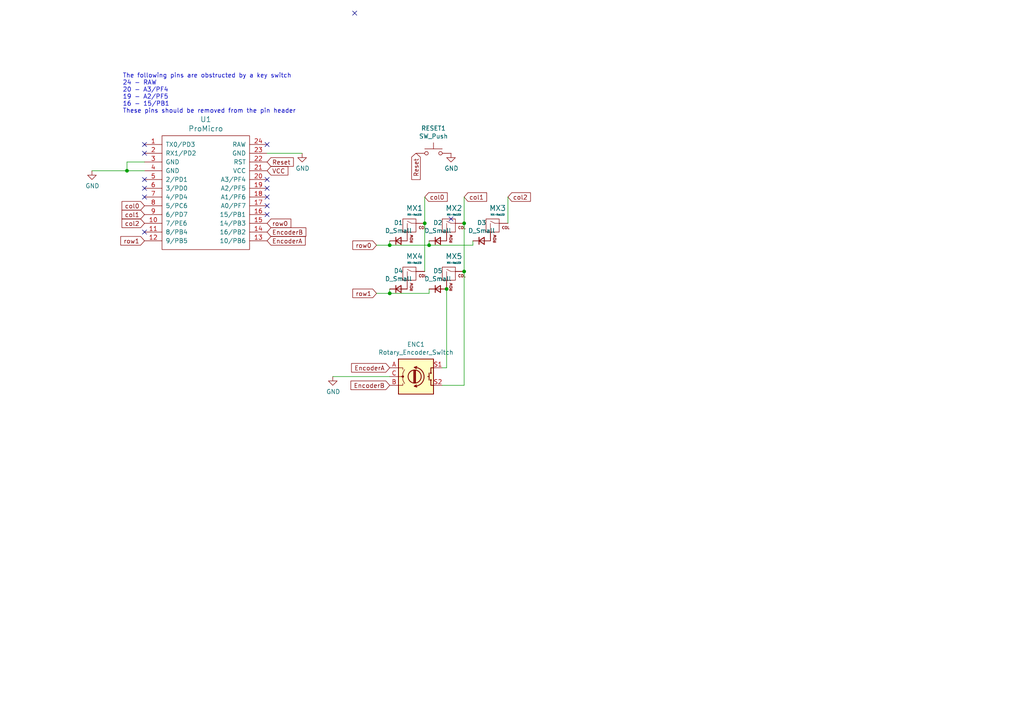
<source format=kicad_sch>
(kicad_sch (version 20210621) (generator eeschema)
  (paper "A4")
  (lib_symbols
    (symbol "Device:D_Small" (pin_numbers hide) (pin_names (offset 0.254) hide)
      (property "Reference" "D" (at -1.27 2.032 0))
      (property "Value" "D_Small" (at -3.81 -2.032 0))
      (symbol "D_Small_0_1"
        (polyline (pts (xy -0.762 -1.016) (xy -0.762 1.016)) (stroke (width 0.254)))
        (polyline (pts (xy -0.762 0) (xy 0.762 0)))
        (polyline (pts (xy 0.762 -1.016) (xy -0.762 0) (xy 0.762 1.016) (xy 0.762 -1.016)) (stroke (width 0.254)))
      )
      (symbol "D_Small_1_1"
        (pin passive line (at -2.54 0 0) (length 1.778) (name "K") (number "1"))
        (pin passive line (at 2.54 0 180) (length 1.778) (name "A") (number "2"))
      )
    )
    (symbol "Device:Rotary_Encoder_Switch" (pin_names (offset 0.254) hide)
      (property "Reference" "SW" (at 0 6.604 0))
      (property "Value" "Rotary_Encoder_Switch" (at 0 -6.604 0))
      (symbol "Rotary_Encoder_Switch_0_1"
        (arc (start -0.381 -2.794) (end -0.381 2.667) (radius (at -0.381 -0.0508) (length 2.7432) (angles -89.9 89.9)) (stroke (width 0.254)))
        (circle (center -0.381 0) (radius 1.905) (stroke (width 0.254)))
        (circle (center 4.318 -1.016) (radius 0.127) (stroke (width 0.254)))
        (circle (center 4.318 1.016) (radius 0.127) (stroke (width 0.254)))
        (circle (center -3.81 0) (radius 0.254) (fill (type outline)))
        (rectangle (start -5.08 5.08) (end 5.08 -5.08) (stroke (width 0.254)) (fill (type background)))
        (polyline (pts (xy -0.635 -1.778) (xy -0.635 1.778)) (stroke (width 0.254)))
        (polyline (pts (xy -0.381 -1.778) (xy -0.381 1.778)) (stroke (width 0.254)))
        (polyline (pts (xy -0.127 1.778) (xy -0.127 -1.778)) (stroke (width 0.254)))
        (polyline (pts (xy 3.81 0) (xy 3.429 0)) (stroke (width 0.254)))
        (polyline (pts (xy 3.81 1.016) (xy 3.81 -1.016)) (stroke (width 0.254)))
        (polyline (pts (xy -5.08 -2.54) (xy -3.81 -2.54) (xy -3.81 -2.032)))
        (polyline (pts (xy -5.08 2.54) (xy -3.81 2.54) (xy -3.81 2.032)))
        (polyline (pts (xy 0.254 -3.048) (xy -0.508 -2.794) (xy 0.127 -2.413)) (stroke (width 0.254)))
        (polyline (pts (xy 0.254 2.921) (xy -0.508 2.667) (xy 0.127 2.286)) (stroke (width 0.254)))
        (polyline (pts (xy 5.08 -2.54) (xy 4.318 -2.54) (xy 4.318 -1.016)) (stroke (width 0.254)))
        (polyline (pts (xy 5.08 2.54) (xy 4.318 2.54) (xy 4.318 1.016)) (stroke (width 0.254)))
        (polyline (pts (xy -5.08 0) (xy -3.81 0) (xy -3.81 -1.016) (xy -3.302 -2.032)))
        (polyline (pts (xy -4.318 0) (xy -3.81 0) (xy -3.81 1.016) (xy -3.302 2.032)))
      )
      (symbol "Rotary_Encoder_Switch_1_1"
        (pin passive line (at -7.62 2.54 0) (length 2.54) (name "A") (number "A"))
        (pin passive line (at -7.62 -2.54 0) (length 2.54) (name "B") (number "B"))
        (pin passive line (at -7.62 0 0) (length 2.54) (name "C") (number "C"))
        (pin passive line (at 7.62 2.54 180) (length 2.54) (name "S1") (number "S1"))
        (pin passive line (at 7.62 -2.54 180) (length 2.54) (name "S2") (number "S2"))
      )
    )
    (symbol "Keebio:ProMicro" (pin_names (offset 1.016))
      (property "Reference" "U" (at 0 0 0))
      (property "Value" "ProMicro" (at 0 -19.05 0))
      (symbol "ProMicro_0_1"
        (rectangle (start -12.7 -16.51) (end 12.7 16.51))
      )
      (symbol "ProMicro_1_1"
        (pin input line (at -17.78 13.97 0) (length 5.08) (name "TX0/PD3") (number "1"))
        (pin input line (at -17.78 -8.89 0) (length 5.08) (name "7/PE6") (number "10"))
        (pin input line (at -17.78 -11.43 0) (length 5.08) (name "8/PB4") (number "11"))
        (pin input line (at -17.78 -13.97 0) (length 5.08) (name "9/PB5") (number "12"))
        (pin input line (at 17.78 -13.97 180) (length 5.08) (name "10/PB6") (number "13"))
        (pin input line (at 17.78 -11.43 180) (length 5.08) (name "16/PB2") (number "14"))
        (pin input line (at 17.78 -8.89 180) (length 5.08) (name "14/PB3") (number "15"))
        (pin input line (at 17.78 -6.35 180) (length 5.08) (name "15/PB1") (number "16"))
        (pin input line (at 17.78 -3.81 180) (length 5.08) (name "A0/PF7") (number "17"))
        (pin input line (at 17.78 -1.27 180) (length 5.08) (name "A1/PF6") (number "18"))
        (pin input line (at 17.78 1.27 180) (length 5.08) (name "A2/PF5") (number "19"))
        (pin input line (at -17.78 11.43 0) (length 5.08) (name "RX1/PD2") (number "2"))
        (pin input line (at 17.78 3.81 180) (length 5.08) (name "A3/PF4") (number "20"))
        (pin input line (at 17.78 6.35 180) (length 5.08) (name "VCC") (number "21"))
        (pin input line (at 17.78 8.89 180) (length 5.08) (name "RST") (number "22"))
        (pin input line (at 17.78 11.43 180) (length 5.08) (name "GND") (number "23"))
        (pin input line (at 17.78 13.97 180) (length 5.08) (name "RAW") (number "24"))
        (pin input line (at -17.78 8.89 0) (length 5.08) (name "GND") (number "3"))
        (pin input line (at -17.78 6.35 0) (length 5.08) (name "GND") (number "4"))
        (pin input line (at -17.78 3.81 0) (length 5.08) (name "2/PD1") (number "5"))
        (pin input line (at -17.78 1.27 0) (length 5.08) (name "3/PD0") (number "6"))
        (pin input line (at -17.78 -1.27 0) (length 5.08) (name "4/PD4") (number "7"))
        (pin input line (at -17.78 -3.81 0) (length 5.08) (name "5/PC6") (number "8"))
        (pin input line (at -17.78 -6.35 0) (length 5.08) (name "6/PD7") (number "9"))
      )
    )
    (symbol "MX_Alps_Hybrid:MX-NoLED" (pin_names (offset 1.016))
      (property "Reference" "MX" (at -0.635 3.81 0))
      (property "Value" "MX-NoLED" (at -0.635 1.27 0))
      (symbol "MX-NoLED_0_0"
        (text "COL" (at 3.175 0 0) (effects (font (size 0.762 0.762))))
        (text "ROW" (at 0 -1.905 900) (effects (font (size 0.762 0.762)) (justify right)))
        (rectangle (start -2.54 2.54) (end 1.27 -1.27))
        (polyline (pts (xy -1.27 -1.27) (xy -1.27 1.27)) (stroke (width 0.127)))
        (polyline (pts (xy 1.27 1.27) (xy 0 1.27) (xy -1.27 1.905)) (stroke (width 0.127)))
      )
      (symbol "MX-NoLED_1_1"
        (pin passive line (at 3.81 1.27 180) (length 2.54) (name "COL") (number "1"))
        (pin passive line (at -1.27 -3.81 90) (length 2.54) (name "ROW") (number "2"))
      )
    )
    (symbol "Switch:SW_Push" (pin_numbers hide) (pin_names (offset 1.016) hide)
      (property "Reference" "SW" (at 1.27 2.54 0))
      (property "Value" "SW_Push" (at 0 -1.524 0))
      (symbol "SW_Push_0_1"
        (circle (center -2.032 0) (radius 0.508))
        (circle (center 2.032 0) (radius 0.508))
        (polyline (pts (xy 0 1.27) (xy 0 3.048)))
        (polyline (pts (xy 2.54 1.27) (xy -2.54 1.27)))
        (pin passive line (at -5.08 0 0) (length 2.54) (name "1") (number "1"))
        (pin passive line (at 5.08 0 180) (length 2.54) (name "2") (number "2"))
      )
    )
    (symbol "power:GND" (power) (pin_names (offset 0))
      (property "Value" "GND" (at 0 -3.81 0))
      (symbol "GND_0_1"
        (polyline (pts (xy 0 0) (xy 0 -1.27) (xy 1.27 -1.27) (xy 0 -2.54) (xy -1.27 -1.27) (xy 0 -1.27)))
      )
      (symbol "GND_1_1"
        (pin power_in line (at 0 0 270) (length 0) hide (name "GND") (number "1"))
      )
    )
  )
  (junction (at 36.83 49.53))
  (junction (at 113.03 71.12))
  (junction (at 113.03 85.09))
  (junction (at 123.19 64.77))
  (junction (at 124.46 71.12))
  (junction (at 129.54 83.82))
  (junction (at 134.62 64.77))
  (junction (at 134.62 78.74))
  (no_connect (at 41.91 41.91))
  (no_connect (at 41.91 44.45))
  (no_connect (at 41.91 52.07))
  (no_connect (at 41.91 54.61))
  (no_connect (at 41.91 57.15))
  (no_connect (at 41.91 67.31))
  (no_connect (at 77.47 41.91))
  (no_connect (at 77.47 52.07))
  (no_connect (at 77.47 54.61))
  (no_connect (at 77.47 57.15))
  (no_connect (at 77.47 59.69))
  (no_connect (at 77.47 62.23))
  (no_connect (at 102.87 3.81))
  (no_connect (at 130.81 63.5))
  (wire (pts (xy 36.83 46.99) (xy 36.83 49.53)))
  (wire (pts (xy 36.83 49.53) (xy 26.67 49.53)))
  (wire (pts (xy 41.91 46.99) (xy 36.83 46.99)))
  (wire (pts (xy 41.91 49.53) (xy 36.83 49.53)))
  (wire (pts (xy 77.47 44.45) (xy 87.63 44.45)))
  (wire (pts (xy 113.03 71.12) (xy 109.22 71.12)))
  (wire (pts (xy 113.03 71.12) (xy 113.03 69.85)))
  (wire (pts (xy 113.03 85.09) (xy 109.22 85.09)))
  (wire (pts (xy 113.03 85.09) (xy 113.03 83.82)))
  (wire (pts (xy 113.03 109.22) (xy 96.52 109.22)))
  (wire (pts (xy 123.19 64.77) (xy 123.19 57.15)))
  (wire (pts (xy 123.19 64.77) (xy 123.19 78.74)))
  (wire (pts (xy 124.46 69.85) (xy 124.46 71.12)))
  (wire (pts (xy 124.46 71.12) (xy 113.03 71.12)))
  (wire (pts (xy 124.46 83.82) (xy 124.46 85.09)))
  (wire (pts (xy 124.46 85.09) (xy 113.03 85.09)))
  (wire (pts (xy 128.27 106.68) (xy 129.54 106.68)))
  (wire (pts (xy 128.27 111.76) (xy 134.62 111.76)))
  (wire (pts (xy 129.54 106.68) (xy 129.54 83.82)))
  (wire (pts (xy 134.62 64.77) (xy 134.62 57.15)))
  (wire (pts (xy 134.62 64.77) (xy 134.62 78.74)))
  (wire (pts (xy 134.62 111.76) (xy 134.62 78.74)))
  (wire (pts (xy 137.16 69.85) (xy 137.16 71.12)))
  (wire (pts (xy 137.16 71.12) (xy 124.46 71.12)))
  (wire (pts (xy 147.32 64.77) (xy 147.32 57.15)))
  (text "The following pins are obstructed by a key switch\n24 - RAW\n20 - A3/PF4\n19 - A2/PF5\n16 - 15/PB1\nThese pins should be removed from the pin header\n" (at 35.56 33.02 0) (effects (font (size 1.27 1.27)) (justify left bottom)))
  (global_label "col0" (shape input) (at 41.91 59.69 180) (property "Intersheet References" "${INTERSHEET_REFS}" (effects hide)))
  (global_label "col1" (shape input) (at 41.91 62.23 180) (property "Intersheet References" "${INTERSHEET_REFS}" (effects hide)))
  (global_label "col2" (shape input) (at 41.91 64.77 180) (property "Intersheet References" "${INTERSHEET_REFS}" (effects hide)))
  (global_label "row1" (shape input) (at 41.91 69.85 180) (property "Intersheet References" "${INTERSHEET_REFS}" (effects hide)))
  (global_label "Reset" (shape input) (at 77.47 46.99 0) (property "Intersheet References" "${INTERSHEET_REFS}" (effects hide)))
  (global_label "VCC" (shape input) (at 77.47 49.53 0) (property "Intersheet References" "${INTERSHEET_REFS}" (effects hide)))
  (global_label "row0" (shape input) (at 77.47 64.77 0) (property "Intersheet References" "${INTERSHEET_REFS}" (effects hide)))
  (global_label "EncoderB" (shape input) (at 77.47 67.31 0) (property "Intersheet References" "${INTERSHEET_REFS}" (effects hide)))
  (global_label "EncoderA" (shape input) (at 77.47 69.85 0) (property "Intersheet References" "${INTERSHEET_REFS}" (effects hide)))
  (global_label "row0" (shape input) (at 109.22 71.12 180) (property "Intersheet References" "${INTERSHEET_REFS}" (effects hide)))
  (global_label "row1" (shape input) (at 109.22 85.09 180) (property "Intersheet References" "${INTERSHEET_REFS}" (effects hide)))
  (global_label "EncoderA" (shape input) (at 113.03 106.68 180) (property "Intersheet References" "${INTERSHEET_REFS}" (effects hide)))
  (global_label "EncoderB" (shape input) (at 113.03 111.76 180) (property "Intersheet References" "${INTERSHEET_REFS}" (effects hide)))
  (global_label "Reset" (shape input) (at 120.65 44.45 270) (property "Intersheet References" "${INTERSHEET_REFS}" (effects hide)))
  (global_label "col0" (shape input) (at 123.19 57.15 0) (property "Intersheet References" "${INTERSHEET_REFS}" (effects hide)))
  (global_label "col1" (shape input) (at 134.62 57.15 0) (property "Intersheet References" "${INTERSHEET_REFS}" (effects hide)))
  (global_label "col2" (shape input) (at 147.32 57.15 0) (property "Intersheet References" "${INTERSHEET_REFS}" (effects hide)))
  (symbol (lib_id "power:GND") (at 26.67 49.53 0) (unit 1) (in_bom no)
    (property "Reference" "#PWR0101" (effects hide))
    (property "Value" "GND" (at 26.797 53.9242 0))
  )
  (symbol (lib_id "power:GND") (at 87.63 44.45 0) (unit 1)
    (property "Reference" "#PWR0102" (effects hide))
    (property "Value" "GND" (at 87.757 48.8442 0))
  )
  (symbol (lib_id "power:GND") (at 96.52 109.22 0) (unit 1) (in_bom no)
    (property "Reference" "#PWR0104" (effects hide))
    (property "Value" "GND" (at 96.647 113.6142 0))
  )
  (symbol (lib_id "power:GND") (at 130.81 44.45 0) (unit 1) (in_bom no)
    (property "Reference" "#PWR0103" (effects hide))
    (property "Value" "GND" (at 130.937 48.8442 0))
  )
  (symbol (lib_id "Device:D_Small") (at 115.57 69.85 0) (unit 1)
    (property "Reference" "D1" (at 115.57 64.5922 0))
    (property "Value" "D_Small" (at 115.57 66.9036 0))
    (property "Footprint" "Envoy:Diode-Hybrid-Back" (effects hide))
  )
  (symbol (lib_id "Device:D_Small") (at 115.57 83.82 0) (unit 1)
    (property "Reference" "D4" (at 115.57 78.5622 0))
    (property "Value" "D_Small" (at 115.57 80.8736 0))
    (property "Footprint" "Envoy:Diode-Hybrid-Back" (effects hide))
  )
  (symbol (lib_id "Device:D_Small") (at 127 69.85 0) (unit 1)
    (property "Reference" "D2" (at 127 64.5922 0))
    (property "Value" "D_Small" (at 127 66.9036 0))
    (property "Footprint" "Envoy:Diode-Hybrid-Back" (effects hide))
  )
  (symbol (lib_id "Device:D_Small") (at 127 83.82 0) (unit 1)
    (property "Reference" "D5" (at 127 78.5622 0))
    (property "Value" "D_Small" (at 127 80.8736 0))
    (property "Footprint" "Envoy:Diode-Hybrid-Back" (effects hide))
  )
  (symbol (lib_id "Device:D_Small") (at 139.7 69.85 0) (unit 1)
    (property "Reference" "D3" (at 139.7 64.5922 0))
    (property "Value" "D_Small" (at 139.7 66.9036 0))
    (property "Footprint" "Envoy:Diode-Hybrid-Back" (effects hide))
  )
  (symbol (lib_id "Switch:SW_Push") (at 125.73 44.45 0) (unit 1)
    (property "Reference" "RESET1" (at 125.73 37.211 0))
    (property "Value" "SW_Push" (at 125.73 39.5224 0))
    (property "Footprint" "Envoy:Reset_Jumper_Points" (effects hide))
  )
  (symbol (lib_id "MX_Alps_Hybrid:MX-NoLED") (at 119.38 66.04 0) (unit 1)
    (property "Reference" "MX1" (at 120.2182 60.3758 0) (effects (font (size 1.524 1.524))))
    (property "Value" "MX-NoLED" (at 120.2182 62.2554 0) (effects (font (size 0.508 0.508))))
    (property "Footprint" "Envoy:MXOnly-1U-Hotswap" (effects hide))
  )
  (symbol (lib_id "MX_Alps_Hybrid:MX-NoLED") (at 119.38 80.01 0) (unit 1)
    (property "Reference" "MX4" (at 120.2182 74.3458 0) (effects (font (size 1.524 1.524))))
    (property "Value" "MX-NoLED" (at 120.2182 76.2254 0) (effects (font (size 0.508 0.508))))
    (property "Footprint" "Envoy:MXOnly-1U-Hotswap" (effects hide))
  )
  (symbol (lib_id "MX_Alps_Hybrid:MX-NoLED") (at 130.81 66.04 0) (unit 1)
    (property "Reference" "MX2" (at 131.6482 60.3758 0) (effects (font (size 1.524 1.524))))
    (property "Value" "MX-NoLED" (at 131.6482 62.2554 0) (effects (font (size 0.508 0.508))))
    (property "Footprint" "Envoy:MXOnly-1U-Hotswap" (effects hide))
  )
  (symbol (lib_id "MX_Alps_Hybrid:MX-NoLED") (at 130.81 80.01 0) (unit 1)
    (property "Reference" "MX5" (at 131.6482 74.3458 0) (effects (font (size 1.524 1.524))))
    (property "Value" "MX-NoLED" (at 131.6482 76.2254 0) (effects (font (size 0.508 0.508))))
    (property "Footprint" "Envoy:MXOnly-1U-Hotswap" (effects hide))
  )
  (symbol (lib_id "MX_Alps_Hybrid:MX-NoLED") (at 143.51 66.04 0) (unit 1)
    (property "Reference" "MX3" (at 144.3482 60.3758 0) (effects (font (size 1.524 1.524))))
    (property "Value" "MX-NoLED" (at 144.3482 62.2554 0) (effects (font (size 0.508 0.508))))
    (property "Footprint" "Envoy:MXOnly-1U-Hotswap" (effects hide))
  )
  (symbol (lib_id "Device:Rotary_Encoder_Switch") (at 120.65 109.22 0) (unit 1)
    (property "Reference" "ENC1" (at 120.65 99.8982 0))
    (property "Value" "Rotary_Encoder_Switch" (at 120.65 102.2096 0))
    (property "Footprint" "Keebio-Parts:RotaryEncoder_EC11-no-legs" (effects hide))
  )
  (symbol (lib_id "Keebio:ProMicro") (at 59.69 55.88 0) (unit 1)
    (property "Reference" "U1" (at 59.69 34.6202 0) (effects (font (size 1.524 1.524))))
    (property "Value" "ProMicro" (at 59.69 37.3126 0) (effects (font (size 1.524 1.524))))
    (property "Footprint" "Envoy:ProMicro_face_out" (effects hide))
  )
)
</source>
